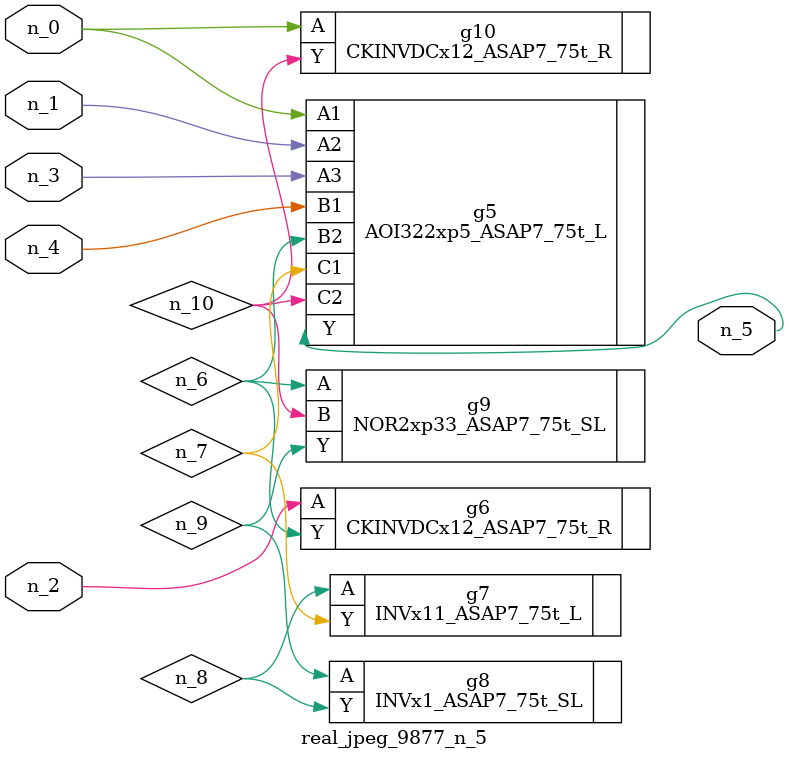
<source format=v>
module real_jpeg_9877_n_5 (n_4, n_0, n_1, n_2, n_3, n_5);

input n_4;
input n_0;
input n_1;
input n_2;
input n_3;

output n_5;

wire n_8;
wire n_6;
wire n_7;
wire n_10;
wire n_9;

AOI322xp5_ASAP7_75t_L g5 ( 
.A1(n_0),
.A2(n_1),
.A3(n_3),
.B1(n_4),
.B2(n_6),
.C1(n_7),
.C2(n_10),
.Y(n_5)
);

CKINVDCx12_ASAP7_75t_R g10 ( 
.A(n_0),
.Y(n_10)
);

CKINVDCx12_ASAP7_75t_R g6 ( 
.A(n_2),
.Y(n_6)
);

NOR2xp33_ASAP7_75t_SL g9 ( 
.A(n_6),
.B(n_10),
.Y(n_9)
);

INVx11_ASAP7_75t_L g7 ( 
.A(n_8),
.Y(n_7)
);

INVx1_ASAP7_75t_SL g8 ( 
.A(n_9),
.Y(n_8)
);


endmodule
</source>
